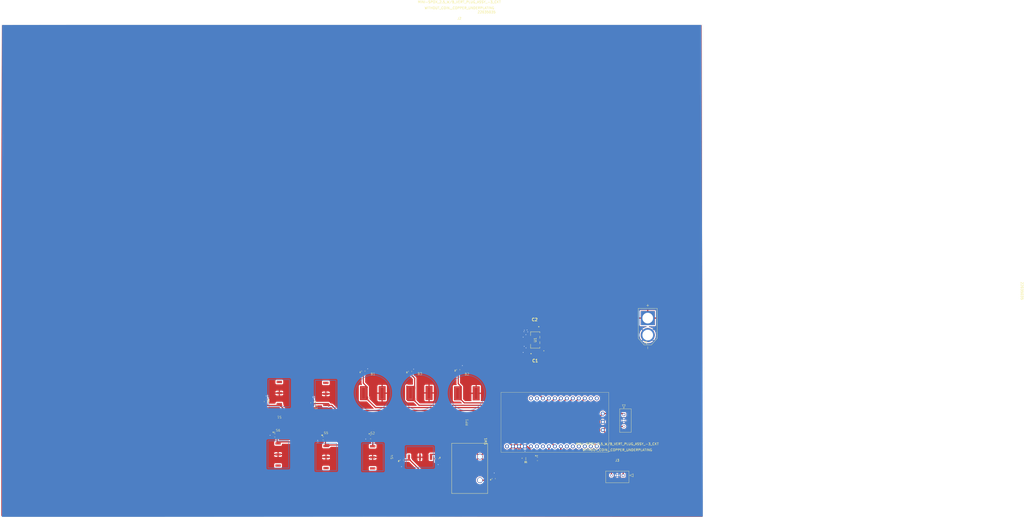
<source format=kicad_pcb>
(kicad_pcb (version 20240108) (generator "pcbnew") (generator_version "8.0")
  (layers (0 "F.Cu" signal) (31 "B.Cu" power) (34 "B.Paste" user) (35 "F.Paste" user) (36 "B.SilkS" user "B.Silkscreen") (37 "F.SilkS" user "F.Silkscreen") (38 "B.Mask" user) (39 "F.Mask" user) (44 "Edge.Cuts" user))
  (net 0 "")
  (net 1 "+3.3V")
  (net 2 "/Horn")
  (net 3 "/Button")
  (net 4 "/DAQ")
  (net 5 "GND")
  (net 6 "+5V")
  (net 7 "+12V")
  (net 8 "Net-(D1-Pad1)")
  (net 9 "/CAN_L")
  (net 10 "/CAN_H")
  (net 11 "/IGNITION")
  (net 12 "/RIGHT")
  (net 13 "/LEFT")
  (net 14 "/WIPERS")
  (net 15 "/HEADLIGHTS")
  (net 16 "/HAZARD")
  (net 17 "/SWITCH")
  (net 18 "/REVERSE")
  (footprint "SMV_Passives:0805RESC2012X60N" (layer "F.Cu") (at 208.76 193.34 90)
    (property "Reference" "R1" (at -0.41 -1.3 90) (layer "F.SilkS") (effects (font (size 0.393701 0.393701))))
    (property "Value" "10kohms, 0.125W")
    (fp_line (start -0.21 -0.7) (end 0.21 -0.7) (stroke (width 0.127)) (layer "F.SilkS"))
    (fp_line (start -0.21 0.7) (end 0.21 0.7) (stroke (width 0.127)) (layer "F.SilkS"))
    (pad "1" smd rect (at -0.97 0 90) (size 0.89 1.42) (layers "F.Cu" "F.Paste" "F.Mask") (net 11 "/IGNITION"))
    (pad "2" smd rect (at 0.97 0 90) (size 0.89 1.42) (layers "F.Cu" "F.Paste" "F.Mask") (net 5 "GND"))
  )
  (footprint "SMV_Passives:0805RESC2012X60N" (layer "F.Cu") (at 156.51 175.69)
    (property "Reference" "R7" (at -0.41 -1.3 0) (layer "F.SilkS") (effects (font (size 0.393701 0.393701))))
    (property "Value" "10kohms, 0.125W")
    (fp_line (start -0.21 -0.7) (end 0.21 -0.7) (stroke (width 0.127)) (layer "F.SilkS"))
    (fp_line (start -0.21 0.7) (end 0.21 0.7) (stroke (width 0.127)) (layer "F.SilkS"))
    (pad "1" smd rect (at -0.97 0) (size 0.89 1.42) (layers "F.Cu" "F.Paste" "F.Mask") (net 5 "GND"))
    (pad "2" smd rect (at 0.97 0) (size 0.89 1.42) (layers "F.Cu" "F.Paste" "F.Mask") (net 14 "/WIPERS"))
  )
  (footprint "SMV_Passives:0805RESC2012X60N" (layer "F.Cu") (at 173.27 147.82 90)
    (property "Reference" "R2" (at -0.41 -1.3 90) (layer "F.SilkS") (effects (font (size 0.393701 0.393701))))
    (property "Value" "10kohms, 0.125W")
    (fp_line (start -0.21 -0.7) (end 0.21 -0.7) (stroke (width 0.127)) (layer "F.SilkS"))
    (fp_line (start -0.21 0.7) (end 0.21 0.7) (stroke (width 0.127)) (layer "F.SilkS"))
    (pad "1" smd rect (at -0.97 0 90) (size 0.89 1.42) (layers "F.Cu" "F.Paste" "F.Mask") (net 4 "/DAQ"))
    (pad "2" smd rect (at 0.97 0 90) (size 0.89 1.42) (layers "F.Cu" "F.Paste" "F.Mask") (net 5 "GND"))
  )
  (footprint "SMV_Passives:0805RESC2012X60N" (layer "F.Cu") (at 112.12 160.62 -90)
    (property "Reference" "R10" (at -0.41 -1.3 90) (layer "F.SilkS") (effects (font (size 0.393701 0.393701))))
    (property "Value" "10kohms, 0.125W")
    (fp_line (start -0.21 0.7) (end 0.21 0.7) (stroke (width 0.127)) (layer "F.SilkS"))
    (fp_line (start -0.21 -0.7) (end 0.21 -0.7) (stroke (width 0.127)) (layer "F.SilkS"))
    (pad "1" smd rect (at -0.97 0 270) (size 0.89 1.42) (layers "F.Cu" "F.Paste" "F.Mask") (net 5 "GND"))
    (pad "2" smd rect (at 0.97 0 270) (size 0.89 1.42) (layers "F.Cu" "F.Paste" "F.Mask") (net 17 "/SWITCH"))
  )
  (footprint "SMV_ICs:DCY4_TEX" (layer "F.Cu") (at 226.36 134.4485 90)
    (property "Reference" "U1" (at 0 0 90) (layer "F.SilkS"))
    (property "Value" "UA78M05QDCYRG4Q1")
    (fp_line (start 3.4798 -1.9812) (end 1.789742 -1.9812) (stroke (width 0.1524)) (layer "F.SilkS"))
    (fp_line (start -1.789742 -1.9812) (end -3.4798 -1.9812) (stroke (width 0.1524)) (layer "F.SilkS"))
    (fp_line (start -3.4798 -1.9812) (end -3.4798 1.9812) (stroke (width 0.1524)) (layer "F.SilkS"))
    (fp_line (start 3.4798 1.9812) (end 3.4798 -1.9812) (stroke (width 0.1524)) (layer "F.SilkS"))
    (fp_line (start 2.970842 1.9812) (end 3.4798 1.9812) (stroke (width 0.1524)) (layer "F.SilkS"))
    (fp_line (start 0.659442 1.9812) (end 1.651958 1.9812) (stroke (width 0.1524)) (layer "F.SilkS"))
    (fp_line (start -1.651958 1.9812) (end -0.659442 1.9812) (stroke (width 0.1524)) (layer "F.SilkS"))
    (fp_line (start -3.4798 1.9812) (end -2.970842 1.9812) (stroke (width 0.1524)) (layer "F.SilkS"))
    (fp_circle (center -4.6228 3.6449) (end -4.4958 3.6449) (stroke (width 0.1524)) (fill none) (layer "F.SilkS"))
    (pad "1" smd rect (at -2.3114 3.11785 90) (size 0.889 1.7653) (layers "F.Cu" "F.Paste" "F.Mask") (net 6 "+5V"))
    (pad "2" smd rect (at 0 3.11785 90) (size 0.889 1.7653) (layers "F.Cu" "F.Paste" "F.Mask") (net 5 "GND"))
    (pad "3" smd rect (at 2.3114 3.11785 90) (size 0.889 1.7653) (layers "F.Cu" "F.Paste" "F.Mask") (net 7 "+12V"))
    (pad "4" smd rect (at 0 -3.11785 90) (size 3.1496 1.7653) (layers "F.Cu" "F.Paste" "F.Mask") (net 5 "GND"))
  )
  (footprint "SMV_Misc:TAISS 3 Pin Switch" (layer "F.Cu") (at 157.395 184.67)
    (property "Reference" "S2" (at 0 -10.62 0) (layer "F.SilkS") (effects (font (thickness 0.1))))
    (property "Value" "~")
    (fp_rect (start -4.3 -6.2) (end 4.49 5.34) (stroke (width 0.2)) (fill none) (layer "B.Cu"))
    (fp_rect (start -0.965 4.02) (end 0.94 4.655) (stroke (width 0.05)) (fill none) (layer "Edge.Cuts"))
    (fp_rect (start -0.9525 -5.3975) (end 0.9525 -4.7625) (stroke (width 0.05)) (fill none) (layer "Edge.Cuts"))
    (fp_rect (start -0.9525 -0.6975) (end 0.9525 -0.0625) (stroke (width 0.05)) (fill none) (layer "Edge.Cuts"))
    (pad "1" smd rect (at 0 -5.08) (size 2.286 1.016) (layers "F.Cu" "F.Paste" "F.Mask") (net 14 "/WIPERS"))
    (pad "2" smd rect (at 0 -0.38) (size 2.286 1.016) (layers "F.Cu" "F.Paste" "F.Mask") (net 1 "+3.3V"))
    (pad "3" smd rect (at 0 4.32) (size 2.286 1.016) (layers "F.Cu" "F.Paste" "F.Mask"))
  )
  (footprint "SMV_Misc:Twidec Button" (layer "F.Cu") (at 157.49 149.42)
    (property "Reference" "B1" (at 0 -0.5 0) (layer "F.SilkS") (effects (font (thickness 0.1))))
    (property "Value" "~")
    (fp_circle (center 0 7.493) (end 6.477 3.683) (stroke (width 0.2)) (fill none) (layer "B.Cu"))
    (fp_rect (start -4.713 5.12) (end -3.213 10.12) (stroke (width 0.05)) (fill none) (layer "Edge.Cuts"))
    (fp_rect (start 3.175 5.12) (end 4.675 10.12) (stroke (width 0.05)) (fill none) (layer "Edge.Cuts"))
    (pad "1" smd rect (at -3.963 7.62) (size 3 6) (layers "F.Cu" "F.Paste" "F.Mask") (net 2 "/Horn"))
    (pad "2" smd rect (at 3.925 7.62) (size 3 6) (layers "F.Cu" "F.Paste" "F.Mask") (net 1 "+3.3V"))
  )
  (footprint "SMV_Passives:0805RESC2012X60N" (layer "F.Cu") (at 115.89 174.99)
    (property "Reference" "R11" (at -0.41 -1.3 360) (layer "F.SilkS") (effects (font (size 0.393701 0.393701))))
    (property "Value" "10kohms, 0.125W")
    (fp_line (start -0.21 -0.7) (end 0.21 -0.7) (stroke (width 0.127)) (layer "F.SilkS"))
    (fp_line (start -0.21 0.7) (end 0.21 0.7) (stroke (width 0.127)) (layer "F.SilkS"))
    (pad "1" smd rect (at -0.97 0) (size 0.89 1.42) (layers "F.Cu" "F.Paste" "F.Mask") (net 5 "GND"))
    (pad "2" smd rect (at 0.97 0) (size 0.89 1.42) (layers "F.Cu" "F.Paste" "F.Mask") (net 18 "/REVERSE"))
  )
  (footprint "SMV_Misc:Twidec Button" (layer "F.Cu") (at 177.4 149.325)
    (property "Reference" "B3" (at 0 -0.5 0) (layer "F.SilkS") (effects (font (thickness 0.1))))
    (property "Value" "~")
    (fp_circle (center 0 7.493) (end 6.477 3.683) (stroke (width 0.2)) (fill none) (layer "B.Cu"))
    (fp_rect (start -4.713 5.12) (end -3.213 10.12) (stroke (width 0.05)) (fill none) (layer "Edge.Cuts"))
    (fp_rect (start 3.175 5.12) (end 4.675 10.12) (stroke (width 0.05)) (fill none) (layer "Edge.Cuts"))
    (pad "1" smd rect (at -3.963 7.62) (size 3 6) (layers "F.Cu" "F.Paste" "F.Mask") (net 4 "/DAQ"))
    (pad "2" smd rect (at 3.925 7.62) (size 3 6) (layers "F.Cu" "F.Paste" "F.Mask") (net 1 "+3.3V"))
  )
  (footprint "SMV_Passives:Cap0805" (layer "F.Cu") (at 226.12 128.83 180)
    (property "Reference" "C2" (at 0 3 360) (layer "F.SilkS") (effects (font (size 1.27 1.27) (thickness 0.254))))
    (property "Value" "0.33uF,50V" (hide yes))
    (fp_circle (center -1.75 0) (end -1.75 0.05) (stroke (width 0.2)) (fill none) (layer "F.SilkS"))
    (pad "1" smd rect (at -0.9 0 180) (size 1.15 1.45) (layers "F.Cu" "F.Paste" "F.Mask") (net 7 "+12V"))
    (pad "2" smd rect (at 0.9 0 180) (size 1.15 1.45) (layers "F.Cu" "F.Paste" "F.Mask") (net 5 "GND"))
  )
  (footprint "SMV_Connectors:3pin_CON_22035035_MOL" (layer "F.Cu") (at 263.952999 166.1665 90)
    (property "Reference" "J2" (at 168.256519 -69.768502 0) (layer "F.SilkS"))
    (property "Value" "22035035")
    (fp_line (start 2.45 -1.800002) (end -7.44998 -1.800002) (stroke (width 0.127)) (layer "F.SilkS"))
    (fp_line (start -7.44998 -1.800002) (end -7.44998 3.099999) (stroke (width 0.127)) (layer "F.SilkS"))
    (fp_line (start 4.228 -0.635) (end 4.228 0.635) (stroke (width 0.127)) (layer "F.SilkS"))
    (fp_line (start 2.704 0) (end 4.228 -0.635) (stroke (width 0.127)) (layer "F.SilkS"))
    (fp_line (start 4.228 0.635) (end 2.704 0) (stroke (width 0.127)) (layer "F.SilkS"))
    (fp_line (start 2.45 3.099999) (end 2.45 -1.800002) (stroke (width 0.127)) (layer "F.SilkS"))
    (fp_line (start -7.44998 3.099999) (end 2.45 3.099999) (stroke (width 0.127)) (layer "F.SilkS"))
    (fp_text user "MINI-SPOX_2.5_W/B_VERT_PLUG_ASSY_-3_CKT" (at 175.22652 -69.768502 0) (layer "F.SilkS"))
    (fp_text user "WITHOUT_COIN,_COPPER_UNDERPLATING" (at 172.68652 -69.768502 0) (layer "F.SilkS"))
    (fp_text user "22035035" (at 170.94742 -58.231602 0) (layer "F.SilkS"))
    (pad "1" thru_hole rect (at 0 0 90) (size 1.15 1.15) (drill 0.8) (layers "*.Cu" "*.Mask") (net 9 "/CAN_L"))
    (pad "2" thru_hole circle (at -2.5 0 90) (size 1.15 1.15) (drill 0.8) (layers "*.Cu" "*.Mask") (net 5 "GND"))
    (pad "3" thru_hole circle (at -5 0 90) (size 1.15 1.15) (drill 0.8) (layers "*.Cu" "*.Mask") (net 10 "/CAN_H"))
  )
  (footprint "SMV_Passives:0805RESC2012X60N" (layer "F.Cu") (at 193.71 147.07 90)
    (property "Reference" "R3" (at -0.41 -1.3 90) (layer "F.SilkS") (effects (font (size 0.393701 0.393701))))
    (property "Value" "10kohms, 0.125W")
    (fp_line (start -0.21 -0.7) (end 0.21 -0.7) (stroke (width 0.127)) (layer "F.SilkS"))
    (fp_line (start -0.21 0.7) (end 0.21 0.7) (stroke (width 0.127)) (layer "F.SilkS"))
    (pad "1" smd rect (at -0.97 0 90) (size 0.89 1.42) (layers "F.Cu" "F.Paste" "F.Mask") (net 3 "/Button"))
    (pad "2" smd rect (at 0.97 0 90) (size 0.89 1.42) (layers "F.Cu" "F.Paste" "F.Mask") (net 5 "GND"))
  )
  (footprint "SMV_Misc:SW_A8L-11_OMR" (layer "F.Cu") (at 194.15 194.01 90)
    (property "Reference" "SW1" (at 16.5369 11.1941 90) (layer "F.SilkS"))
    (property "Value" "A8L-11-12N1")
    (fp_line (start 15.6299 -3.2577) (end -5.6299 -3.2577) (stroke (width 0.1524)) (layer "F.SilkS"))
    (fp_line (start 15.6299 -3.2577) (end 15.6299 12.0077) (stroke (width 0.1524)) (layer "F.SilkS"))
    (fp_line (start -5.6299 -3.2577) (end -5.6299 12.0077) (stroke (width 0.1524)) (layer "F.SilkS"))
    (fp_line (start 15.6299 12.0077) (end -5.6299 12.0077) (stroke (width 0.1524)) (layer "F.SilkS"))
    (pad "1" thru_hole circle (at 0 8.75 90) (size 2.413 2.413) (drill 1.905) (layers "*.Cu" "*.Mask") (net 11 "/IGNITION"))
    (pad "2" thru_hole circle (at 10 8.75 90) (size 2.413 2.413) (drill 1.905) (layers "*.Cu" "*.Mask") (net 1 "+3.3V"))
  )
  (footprint "SMV_Passives:0805RESC2012X60N" (layer "F.Cu") (at 169.76 185.49 90)
    (property "Reference" "R6" (at -0.41 -1.3 90) (layer "F.SilkS") (effects (font (size 0.393701 0.393701))))
    (property "Value" "10kohms, 0.125W")
    (fp_line (start -0.21 -0.7) (end 0.21 -0.7) (stroke (width 0.127)) (layer "F.SilkS"))
    (fp_line (start -0.21 0.7) (end 0.21 0.7) (stroke (width 0.127)) (layer "F.SilkS"))
    (pad "1" smd rect (at -0.97 0 90) (size 0.89 1.42) (layers "F.Cu" "F.Paste" "F.Mask") (net 5 "GND"))
    (pad "2" smd rect (at 0.97 0 90) (size 0.89 1.42) (layers "F.Cu" "F.Paste" "F.Mask") (net 13 "/LEFT"))
  )
  (footprint "SMV_Misc:TAISS 3 Pin Switch" (layer "F.Cu") (at 117.8 156.62 180)
    (property "Reference" "S1" (at 0 -10.62 180) (layer "F.SilkS") (effects (font (thickness 0.1))))
    (property "Value" "~")
    (fp_rect (start -4.3 -6.2) (end 4.49 5.34) (stroke (width 0.2)) (fill none) (layer "B.Cu"))
    (fp_rect (start -0.9525 -0.6975) (end 0.9525 -0.0625) (stroke (width 0.05)) (fill none) (layer "Edge.Cuts"))
    (fp_rect (start -0.9525 -5.3975) (end 0.9525 -4.7625) (stroke (width 0.05)) (fill none) (layer "Edge.Cuts"))
    (fp_rect (start -0.965 4.02) (end 0.94 4.655) (stroke (width 0.05)) (fill none) (layer "Edge.Cuts"))
    (pad "1" smd rect (at 0 -5.08 180) (size 2.286 1.016) (layers "F.Cu" "F.Paste" "F.Mask") (net 17 "/SWITCH"))
    (pad "2" smd rect (at 0 -0.38 180) (size 2.286 1.016) (layers "F.Cu" "F.Paste" "F.Mask") (net 1 "+3.3V"))
    (pad "3" smd rect (at 0 4.32 180) (size 2.286 1.016) (layers "F.Cu" "F.Paste" "F.Mask"))
  )
  (footprint "SMV_Passives:0805RESC2012X60N" (layer "F.Cu") (at 227.29 184.98)
    (property "Reference" "R12" (at -0.41 -1.3 0) (layer "F.SilkS") (effects (font (size 0.393701 0.393701))))
    (property "Value" "CRCW080544R2FKEA")
    (fp_line (start -0.21 -0.7) (end 0.21 -0.7) (stroke (width 0.127)) (layer "F.SilkS"))
    (fp_line (start -0.21 0.7) (end 0.21 0.7) (stroke (width 0.127)) (layer "F.SilkS"))
    (pad "1" smd rect (at -0.97 0) (size 0.89 1.42) (layers "F.Cu" "F.Paste" "F.Mask") (net 8 "Net-(D1-Pad1)"))
    (pad "2" smd rect (at 0.97 0) (size 0.89 1.42) (layers "F.Cu" "F.Paste" "F.Mask") (net 5 "GND"))
  )
  (footprint "SMV_Connectors:3pin_CON_22035035_MOL" (layer "F.Cu") (at 263.68 191.94)
    (property "Reference" "J3" (at -2.49999 -6.35 0) (layer "F.SilkS"))
    (property "Value" "22035035")
    (fp_line (start -7.44998 -1.800002) (end -7.44998 3.099999) (stroke (width 0.127)) (layer "F.SilkS"))
    (fp_line (start -7.44998 3.099999) (end 2.45 3.099999) (stroke (width 0.127)) (layer "F.SilkS"))
    (fp_line (start 2.45 -1.800002) (end -7.44998 -1.800002) (stroke (width 0.127)) (layer "F.SilkS"))
    (fp_line (start 2.45 3.099999) (end 2.45 -1.800002) (stroke (width 0.127)) (layer "F.SilkS"))
    (fp_line (start 2.704 0) (end 4.228 -0.635) (stroke (width 0.127)) (layer "F.SilkS"))
    (fp_line (start 4.228 -0.635) (end 4.228 0.635) (stroke (width 0.127)) (layer "F.SilkS"))
    (fp_line (start 4.228 0.635) (end 2.704 0) (stroke (width 0.127)) (layer "F.SilkS"))
    (fp_text user "22035035" (at 169.199519 -78.335503 -90) (layer "F.SilkS"))
    (fp_text user "MINI-SPOX_2.5_W/B_VERT_PLUG_ASSY_-3_CKT" (at -2.49999 -13.320001 0) (layer "F.SilkS"))
    (fp_text user "WITHOUT_COIN,_COPPER_UNDERPLATING" (at -2.49999 -10.780001 0) (layer "F.SilkS"))
    (pad "1" thru_hole rect (at 0 0) (size 1.15 1.15) (drill 0.8) (layers "*.Cu" "*.Mask") (net 10 "/CAN_H"))
    (pad "2" thru_hole circle (at -2.5 0) (size 1.15 1.15) (drill 0.8) (layers "*.Cu" "*.Mask") (net 5 "GND"))
    (pad "3" thru_hole circle (at -5 0) (size 1.15 1.15) (drill 0.8) (layers "*.Cu" "*.Mask") (net 9 "/CAN_L"))
  )
  (footprint "SMV_Passives:WL-SMCW_0603(diode)" (layer "F.Cu") (at 222.38 184.92 180)
    (property "Reference" "D1" (at 0 -1.4064 360) (layer "F.SilkS") (effects (font (size 0.64 0.64))))
    (property "Value" "WL-SMCW_0603")
    (fp_line (start 0.11 0.15) (end -0.13 0) (stroke (width 0.1)) (layer "F.SilkS"))
    (fp_line (start 0.11 -0.14) (end 0.11 0.15) (stroke (width 0.1)) (layer "F.SilkS"))
    (fp_line (start 0.1 0.5) (end -0.1 0.5) (stroke (width 0.2)) (layer "F.SilkS"))
    (fp_line (start -0.1 -0.5) (end 0.1 -0.5) (stroke (width 0.2)) (layer "F.SilkS"))
    (fp_line (start -0.13 0) (end 0.11 -0.14) (stroke (width 0.1)) (layer "F.SilkS"))
    (fp_text user "+" (at 1.6 0.3 360) (layer "F.SilkS") (effects (font (size 0.48 0.48))))
    (pad "1" smd rect (at -0.8 0 180) (size 0.8 0.8) (layers "F.Cu" "F.Paste" "F.Mask") (net 8 "Net-(D1-Pad1)"))
    (pad "2" smd rect (at 0.8 0 180) (size 0.8 0.8) (layers "F.Cu" "F.Paste" "F.Mask") (net 1 "+3.3V"))
  )
  (footprint "SMV_Misc:Twidec Button" (layer "F.Cu") (at 197.385 149.49)
    (property "Reference" "B2" (at 0 -0.5 0) (layer "F.SilkS") (effects (font (thickness 0.1))))
    (property "Value" "~")
    (fp_circle (center 0 7.493) (end 6.477 3.683) (stroke (width 0.2)) (fill none) (layer "B.Cu"))
    (fp_rect (start -4.713 5.12) (end -3.213 10.12) (stroke (width 0.05)) (fill none) (layer "Edge.Cuts"))
    (fp_rect (start 3.175 5.12) (end 4.675 10.12) (stroke (width 0.05)) (fill none) (layer "Edge.Cuts"))
    (pad "1" smd rect (at -3.963 7.62) (size 3 6) (layers "F.Cu" "F.Paste" "F.Mask") (net 3 "/Button"))
    (pad "2" smd rect (at 3.925 7.62) (size 3 6) (layers "F.Cu" "F.Paste" "F.Mask") (net 1 "+3.3V"))
  )
  (footprint "SMV_Connectors:RP2040" (layer "F.Cu") (at 232.16 169.226 90)
    (property "Reference" "RP1" (at -0.1905 -34.775 90) (layer "F.SilkS") (effects (font (thickness 0.1))))
    (property "Value" "~")
    (fp_line (start 12.5095 -20.32) (end -10.3505 -20.32) (stroke (width 0.1)) (layer "F.SilkS"))
    (fp_line (start -10.3505 -20.32) (end -12.8905 -20.32) (stroke (width 0.1)) (layer "F.SilkS"))
    (fp_line (start -12.8905 -20.32) (end -12.8905 25.4) (stroke (width 0.1)) (layer "F.SilkS"))
    (fp_line (start 12.5095 25.4) (end 12.5095 -20.32) (stroke (width 0.1)) (layer "F.SilkS"))
    (fp_line (start -12.8905 25.4) (end 12.5095 25.4) (stroke (width 0.1)) (layer "F.SilkS"))
    (pad "1" thru_hole circle (at 9.9695 -7.62 90) (size 1.7 1.7) (drill 1) (layers "*.Cu" "*.Mask"))
    (pad "2" thru_hole circle (at 9.9695 -5.08 90) (size 1.7 1.7) (drill 1) (layers "*.Cu" "*.Mask"))
    (pad "3" thru_hole circle (at 9.9695 -2.54 90) (size 1.7 1.7) (drill 1) (layers "*.Cu" "*.Mask") (net 6 "+5V"))
    (pad "4" thru_hole circle (at 9.9695 0 90) (size 1.7 1.7) (drill 1) (layers "*.Cu" "*.Mask") (net 3 "/Button"))
    (pad "5" thru_hole circle (at 9.9695 2.54 90) (size 1.7 1.7) (drill 1) (layers "*.Cu" "*.Mask") (net 4 "/DAQ"))
    (pad "6" thru_hole circle (at 9.9695 5.08 90) (size 1.7 1.7) (drill 1) (layers "*.Cu" "*.Mask") (net 2 "/Horn"))
    (pad "7" thru_hole circle (at 9.9695 7.62 90) (size 1.7 1.7) (drill 1) (layers "*.Cu" "*.Mask") (net 16 "/HAZARD"))
    (pad "8" thru_hole circle (at 9.9695 10.16 90) (size 1.7 1.7) (drill 1) (layers "*.Cu" "*.Mask") (net 17 "/SWITCH"))
    (pad "9" thru_hole circle (at 9.9695 12.7 90) (size 1.7 1.7) (drill 1) (layers "*.Cu" "*.Mask") (net 18 "/REVERSE"))
    (pad "10" thru_hole circle (at 9.9695 15.24 90) (size 1.7 1.7) (drill 1) (layers "*.Cu" "*.Mask") (net 15 "/HEADLIGHTS"))
    (pad "11" thru_hole circle (at 9.9695 17.78 90) (size 1.7 1.7) (drill 1) (layers "*.Cu" "*.Mask"))
    (pad "12" thru_hole circle (at 9.9695 20.32 90) (size 1.7 1.7) (drill 1) (layers "*.Cu" "*.Mask"))
    (pad "13" thru_hole circle (at -10.414 20.32 90) (size 1.7 1.7) (drill 1) (layers "*.Cu" "*.Mask") (net 14 "/WIPERS"))
    (pad "14" thru_hole circle (at -10.414 17.78 90) (size 1.7 1.7) (drill 1) (layers "*.Cu" "*.Mask"))
    (pad "15" thru_hole circle (at -10.414 15.24 90) (size 1.7 1.7) (drill 1) (layers "*.Cu" "*.Mask"))
    (pad "16" thru_hole circle (at -10.414 12.7 90) (size 1.7 1.7) (drill 1) (layers "*.Cu" "*.Mask"))
    (pad "17" thru_hole circle (at -10.414 10.16 90) (size 1.7 1.7) (drill 1) (layers "*.Cu" "*.Mask"))
    (pad "18" thru_hole circle (at -10.414 7.62 90) (size 1.7 1.7) (drill 1) (layers "*.Cu" "*.Mask"))
    (pad "19" thru_hole circle (at -10.414 5.08 90) (size 1.7 1.7) (drill 1) (layers "*.Cu" "*.Mask") (net 13 "/LEFT"))
    (pad "20" thru_hole circle (at -10.414 2.54 90) (size 1.7 1.7) (drill 1) (layers "*.Cu" "*.Mask") (net 12 "/RIGHT"))
    (pad "21" thru_hole circle (at -10.414 0 90) (size 1.7 1.7) (drill 1) (layers "*.Cu" "*.Mask") (net 11 "/IGNITION"))
    (pad "22" thru_hole circle (at -10.414 -2.54 90) (size 1.7 1.7) (drill 1) (layers "*.Cu" "*.Mask"))
    (pad "23" thru_hole circle (at -10.414 -5.08 90) (size 1.7 1.7) (drill 1) (layers "*.Cu" "*.Mask"))
    (pad "24" thru_hole circle (at -10.414 -7.62 90) (size 1.7 1.7) (drill 1) (layers "*.Cu" "*.Mask"))
    (pad "25" thru_hole circle (at -10.414 -10.16 90) (size 1.7 1.7) (drill 1) (layers "*.Cu" "*.Mask") (net 5 "GND"))
    (pad "26" thru_hole circle (at -10.414 -12.7 90) (size 1.7 1.7) (drill 1) (layers "*.Cu" "*.Mask") (net 1 "+3.3V"))
    (pad "27" thru_hole circle (at -10.414 -15.24 90) (size 1.7 1.7) (drill 1) (layers "*.Cu" "*.Mask") (net 1 "+3.3V"))
    (pad "28" thru_hole circle (at -10.414 -17.78 90) (size 1.7 1.7) (drill 1) (layers "*.Cu" "*.Mask"))
    (pad "29" thru_hole circle (at 3.5 22.86 90) (size 1.7 1.7) (drill 1) (layers "*.Cu" "*.Mask") (net 9 "/CAN_L"))
    (pad "30" thru_hole circle (at 0 22.86 90) (size 1.7 1.7) (drill 1) (layers "*.Cu" "*.Mask") (net 5 "GND"))
    (pad "31" thru_hole circle (at -3.5 22.86 90) (size 1.7 1.7) (drill 1) (layers "*.Cu" "*.Mask") (net 10 "/CAN_H"))
  )
  (footprint "SMV_Passives:0805RESC2012X60N" (layer "F.Cu") (at 184.67 184.89 -90)
    (property "Reference" "R5" (at -0.41 -1.3 90) (layer "F.SilkS") (effects (font (size 0.393701 0.393701))))
    (property "Value" "10kohms, 0.125W")
    (fp_line (start -0.21 0.7) (end 0.21 0.7) (stroke (width 0.127)) (layer "F.SilkS"))
    (fp_line (start -0.21 -0.7) (end 0.21 -0.7) (stroke (width 0.127)) (layer "F.SilkS"))
    (pad "1" smd rect (at -0.97 0 270) (size 0.89 1.42) (layers "F.Cu" "F.Paste" "F.Mask") (net 12 "/RIGHT"))
    (pad "2" smd rect (at 0.97 0 270) (size 0.89 1.42) (layers "F.Cu" "F.Paste" "F.Mask") (net 5 "GND"))
  )
  (footprint "SMV_Misc:TAISS 3 Pin Switch" (layer "F.Cu") (at 137.61 184.55)
    (property "Reference" "S5" (at 0 -10.62 0) (layer "F.SilkS") (effects (font (thickness 0.1))))
    (property "Value" "~")
    (fp_rect (start -4.3 -6.2) (end 4.49 5.34) (stroke (width 0.2)) (fill none) (layer "B.Cu"))
    (fp_rect (start -0.965 4.02) (end 0.94 4.655) (stroke (width 0.05)) (fill none) (layer "Edge.Cuts"))
    (fp_rect (start -0.9525 -5.3975) (end 0.9525 -4.7625) (stroke (width 0.05)) (fill none) (layer "Edge.Cuts"))
    (fp_rect (start -0.9525 -0.6975) (end 0.9525 -0.0625) (stroke (width 0.05)) (fill none) (layer "Edge.Cuts"))
    (pad "1" smd rect (at 0 -5.08) (size 2.286 1.016) (layers "F.Cu" "F.Paste" "F.Mask") (net 15 "/HEADLIGHTS"))
    (pad "2" smd rect (at 0 -0.38) (size 2.286 1.016) (layers "F.Cu" "F.Paste" "F.Mask") (net 1 "+3.3V"))
    (pad "3" smd rect (at 0 4.32) (size 2.286 1.016) (layers "F.Cu" "F.Paste" "F.Mask"))
  )
  (footprint "SMV_Passives:Cap0805" (layer "F.Cu") (at 226.34 140.28)
    (property "Reference" "C1" (at 0 3 0) (layer "F.SilkS") (effects (font (size 1.27 1.27) (thickness 0.254))))
    (property "Value" "0.1uF,50V" (hide yes))
    (fp_circle (center -1.75 0) (end -1.75 0.05) (stroke (width 0.2)) (fill none) (layer "F.SilkS"))
    (pad "1" smd rect (at -0.9 0) (size 1.15 1.45) (layers "F.Cu" "F.Paste" "F.Mask") (net 5 "GND"))
    (pad "2" smd rect (at 0.9 0) (size 1.15 1.45) (layers "F.Cu" "F.Paste" "F.Mask") (net 6 "+5V"))
  )
  (footprint "SMV_Connectors:AMASS_XT60-M" (layer "F.Cu") (at 274.09 128.77 -90)
    (property "Reference" "J1" (at 6.7119 0.8841 90) (layer "F.SilkS"))
    (property "Value" "XT60-M")
    (fp_line (start -7.75 4.05) (end -7.75 -4.05) (stroke (width 0.127)) (layer "F.SilkS"))
    (fp_line (start 4.95 4.05) (end -7.75 4.05) (stroke (width 0.127)) (layer "F.SilkS"))
    (fp_line (start 7.75 1.6) (end 4.95 4.05) (stroke (width 0.127)) (layer "F.SilkS"))
    (fp_line (start -9.5 0) (end -8.5 0) (stroke (width 0.127)) (layer "F.SilkS"))
    (fp_line (start 8.5 0) (end 9.5 0) (stroke (width 0.127)) (layer "F.SilkS"))
    (fp_line (start -9 -0.5) (end -9 0.5) (stroke (width 0.127)) (layer "F.SilkS"))
    (fp_line (start 7.75 -1.6) (end 7.75 1.6) (stroke (width 0.127)) (layer "F.SilkS"))
    (fp_line (start -7.75 -4.05) (end 4.95 -4.05) (stroke (width 0.127)) (layer "F.SilkS"))
    (fp_line (start 4.95 -4.05) (end 7.75 -1.6) (stroke (width 0.127)) (layer "F.SilkS"))
    (pad "N" thru_hole circle (at 3.6 0 270) (size 6 6) (drill 4.55) (layers "*.Cu" "*.Mask") (net 5 "GND"))
    (pad "P" thru_hole rect (at -3.6 0 270) (size 6 6) (drill 4.55) (layers "*.Cu" "*.Mask") (net 7 "+12V"))
  )
  (footprint "SMV_Passives:0805RESC2012X60N" (layer "F.Cu") (at 153.44 147.68 90)
    (property "Reference" "R4" (at -0.41 -1.3 90) (layer "F.SilkS") (effects (font (size 0.393701 0.393701))))
    (property "Value" "10kohms, 0.125W")
    (fp_line (start -0.21 -0.7) (end 0.21 -0.7) (stroke (width 0.127)) (layer "F.SilkS"))
    (fp_line (start -0.21 0.7) (end 0.21 0.7) (stroke (width 0.127)) (layer "F.SilkS"))
    (pad "1" smd rect (at -0.97 0 90) (size 0.89 1.42) (layers "F.Cu" "F.Paste" "F.Mask") (net 2 "/Horn"))
    (pad "2" smd rect (at 0.97 0 90) (size 0.89 1.42) (layers "F.Cu" "F.Paste" "F.Mask") (net 5 "GND"))
  )
  (footprint "SMV_Passives:0805RESC2012X60N" (layer "F.Cu") (at 131.88 161.12 -90)
    (property "Reference" "R9" (at -0.41 -1.3 90) (layer "F.SilkS") (effects (font (size 0.393701 0.393701))))
    (property "Value" "10kohms, 0.125W")
    (fp_line (start -0.21 0.7) (end 0.21 0.7) (stroke (width 0.127)) (layer "F.SilkS"))
    (fp_line (start -0.21 -0.7) (end 0.21 -0.7) (stroke (width 0.127)) (layer "F.SilkS"))
    (pad "1" smd rect (at -0.97 0 270) (size 0.89 1.42) (layers "F.Cu" "F.Paste" "F.Mask") (net 5 "GND"))
    (pad "2" smd rect (at 0.97 0 270) (size 0.89 1.42) (layers "F.Cu" "F.Paste" "F.Mask") (net 16 "/HAZARD"))
  )
  (footprint "SMV_Misc:TAISS 3 Pin Switch" (layer "F.Cu") (at 117.27 183.47)
    (property "Reference" "S6" (at 0 -10.62 0) (layer "F.SilkS") (effects (font (thickness 0.1))))
    (property "Value" "~")
    (fp_rect (start -4.3 -6.2) (end 4.49 5.34) (stroke (width 0.2)) (fill none) (layer "B.Cu"))
    (fp_rect (start -0.965 4.02) (end 0.94 4.655) (stroke (width 0.05)) (fill none) (layer "Edge.Cuts"))
    (fp_rect (start -0.9525 -5.3975) (end 0.9525 -4.7625) (stroke (width 0.05)) (fill none) (layer "Edge.Cuts"))
    (fp_rect (start -0.9525 -0.6975) (end 0.9525 -0.0625) (stroke (width 0.05)) (fill none) (layer "Edge.Cuts"))
    (pad "1" smd rect (at 0 -5.08) (size 2.286 1.016) (layers "F.Cu" "F.Paste" "F.Mask") (net 18 "/REVERSE"))
    (pad "2" smd rect (at 0 -0.38) (size 2.286 1.016) (layers "F.Cu" "F.Paste" "F.Mask") (net 1 "+3.3V"))
    (pad "3" smd rect (at 0 4.32) (size 2.286 1.016) (layers "F.Cu" "F.Paste" "F.Mask"))
  )
  (footprint "SMV_Passives:0805RESC2012X60N" (layer "F.Cu") (at 136.38 176.23)
    (property "Reference" "R8" (at -0.41 -1.3 0) (layer "F.SilkS") (effects (font (size 0.393701 0.393701))))
    (property "Value" "10kohms, 0.125W")
    (fp_line (start -0.21 -0.7) (end 0.21 -0.7) (stroke (width 0.127)) (layer "F.SilkS"))
    (fp_line (start -0.21 0.7) (end 0.21 0.7) (stroke (width 0.127)) (layer "F.SilkS"))
    (pad "1" smd rect (at -0.97 0) (size 0.89 1.42) (layers "F.Cu" "F.Paste" "F.Mask") (net 5 "GND"))
    (pad "2" smd rect (at 0.97 0) (size 0.89 1.42) (layers "F.Cu" "F.Paste" "F.Mask") (net 15 "/HEADLIGHTS"))
  )
  (footprint "SMV_Misc:TAISS 3 Pin Switch" (layer "F.Cu") (at 177.83 184.24 90)
    (property "Reference" "S4" (at 0.07 -12.28 90) (layer "F.SilkS") (effects (font (thickness 0.1))))
    (property "Value" "~")
    (fp_rect (start -4.3 -6.2) (end 4.49 5.34) (stroke (width 0.2)) (fill none) (layer "B.Cu"))
    (fp_rect (start -0.9525 -5.3975) (end 0.9525 -4.7625) (stroke (width 0.05)) (fill none) (layer "Edge.Cuts"))
    (fp_rect (start -0.9525 -0.6975) (end 0.9525 -0.0625) (stroke (width 0.05)) (fill none) (layer "Edge.Cuts"))
    (fp_rect (start -0.965 4.02) (end 0.94 4.655) (stroke (width 0.05)) (fill none) (layer "Edge.Cuts"))
    (pad "1" smd rect (at 0 -5.08 90) (size 2.286 1.016) (layers "F.Cu" "F.Paste" "F.Mask") (net 13 "/LEFT"))
    (pad "2" smd rect (at 0 -0.38 90) (size 2.286 1.016) (layers "F.Cu" "F.Paste" "F.Mask") (net 1 "+3.3V"))
    (pad "3" smd rect (at 0 4.32 90) (size 2.286 1.016) (layers "F.Cu" "F.Paste" "F.Mask") (net 12 "/RIGHT"))
  )
  (footprint "SMV_Misc:TAISS 3 Pin Switch" (layer "F.Cu") (at 137.54 156.96 180)
    (property "Reference" "S3" (at 4.13 -6 -90) (layer "F.SilkS") (effects (font (thickness 0.1))))
    (property "Value" "~")
    (fp_rect (start -4.3 -6.2) (end 4.49 5.34) (stroke (width 0.2)) (fill none) (layer "B.Cu"))
    (fp_rect (start -0.9525 -0.6975) (end 0.9525 -0.0625) (stroke (width 0.05)) (fill none) (layer "Edge.Cuts"))
    (fp_rect (start -0.9525 -5.3975) (end 0.9525 -4.7625) (stroke (width 0.05)) (fill none) (layer "Edge.Cuts"))
    (fp_rect (start -0.965 4.02) (end 0.94 4.655) (stroke (width 0.05)) (fill none) (layer "Edge.Cuts"))
    (pad "1" smd rect (at 0 -5.08 180) (size 2.286 1.016) (layers "F.Cu" "F.Paste" "F.Mask") (net 16 "/HAZARD"))
    (pad "2" smd rect (at 0 -0.38 180) (size 2.286 1.016) (layers "F.Cu" "F.Paste" "F.Mask") (net 1 "+3.3V"))
    (pad "3" smd rect (at 0 4.32 180) (size 2.286 1.016) (layers "F.Cu" "F.Paste" "F.Mask"))
  )
  (gr_rect (start -0.17 0.67) (end 297.49 209.59) (stroke (width 0.05)) (fill none) (layer "Edge.Cuts"))
  (segment (start 219.46 182.8) (end 221.58 184.92) (width 0.5) (layer "F.Cu") (net 1))
  (segment (start 219.46 179.64) (end 219.46 182.8) (width 0.5) (layer "F.Cu") (net 1))
  (segment (start 155.26 158.773) (end 154.527 158.04) (width 0.5) (layer "F.Cu") (net 2))
  (segment (start 155.09 154.46) (end 153.44 152.81) (width 0.5) (layer "F.Cu") (net 2))
  (segment (start 155.26 159.82) (end 155.26 158.773) (width 0.5) (layer "F.Cu") (net 2))
  (segment (start 153.44 152.81) (end 153.44 148.65) (width 0.5) (layer "F.Cu") (net 2))
  (segment (start 155.06 154.49) (end 155.09 154.46) (width 0.5) (layer "F.Cu") (net 2))
  (segment (start 155.88 160.44) (end 155.06 159.62) (width 0.5) (layer "F.Cu") (net 2))
  (segment (start 158.62 163.18) (end 155.26 159.82) (width 0.5) (layer "F.Cu") (net 2))
  (segment (start 154.527 158.04) (end 154.527 157.04) (width 0.5) (layer "F.Cu") (net 2))
  (segment (start 233.3165 163.18) (end 158.62 163.18) (width 0.5) (layer "F.Cu") (net 2))
  (segment (start 237.24 159.2565) (end 233.3165 163.18) (width 0.5) (layer "F.Cu") (net 2))
  (segment (start 155.06 159.62) (end 155.06 154.49) (width 0.5) (layer "F.Cu") (net 2))
  (segment (start 232.16 159.2565) (end 230.2465 161.17) (width 0.5) (layer "F.Cu") (net 3))
  (segment (start 230.2465 161.17) (end 196.25 161.17) (width 0.5) (layer "F.Cu") (net 3))
  (segment (start 195 159.92) (end 195 154.33) (width 0.5) (layer "F.Cu") (net 3))
  (segment (start 195 154.33) (end 193.71 153.04) (width 0.5) (layer "F.Cu") (net 3))
  (segment (start 196.25 161.17) (end 195 159.92) (width 0.5) (layer "F.Cu") (net 3))
  (segment (start 193.71 153.04) (end 193.71 148.04) (width 0.5) (layer "F.Cu") (net 3))
  (segment (start 175.22 154.51) (end 175.22 155.14) (width 0.5) (layer "F.Cu") (net 4))
  (segment (start 175.22 160.32) (end 175.445 160.545) (width 0.5) (layer "F.Cu") (net 4))
  (segment (start 175.22 160.32) (end 175.22 159.365) (width 0.5) (layer "F.Cu") (net 4))
  (segment (start 171.89 159.70866) (end 171.89 154.01) (width 0.5) (layer "F.Cu") (net 4))
  (segment (start 231.7765 162.18) (end 234.7 159.2565) (width 0.5) (layer "F.Cu") (net 4))
  (segment (start 175.22 155.14) (end 175.22 160.32) (width 0.5) (layer "F.Cu") (net 4))
  (segment (start 175.445 160.545) (end 175.095 160.195) (width 0.5) (layer "F.Cu") (net 4))
  (segment (start 175.22 159.365) (end 174.9575 159.6275) (width 0.5) (layer "F.Cu") (net 4))
  (segment (start 177.08 162.18) (end 231.7765 162.18) (width 0.5) (layer "F.Cu") (net 4))
  (segment (start 175.445 160.545) (end 177.08 162.18) (width 0.5) (layer "F.Cu") (net 4))
  (segment (start 175.095 160.195) (end 172.37634 160.195) (width 0.5) (layer "F.Cu") (net 4))
  (segment (start 172.37634 160.195) (end 171.89 159.70866) (width 0.5) (layer "F.Cu") (net 4))
  (segment (start 174.437 157.945) (end 174.437 156.945) (width 0.5) (layer "F.Cu") (net 4))
  (segment (start 175.22 155.14) (end 175.22 150.74) (width 0.5) (layer "F.Cu") (net 4))
  (segment (start 174.9575 158.4655) (end 174.437 157.945) (width 0.5) (layer "F.Cu") (net 4))
  (segment (start 174.96 154.25) (end 175.22 154.51) (width 0.5) (layer "F.Cu") (net 4))
  (segment (start 174.9575 159.6275) (end 174.39 160.195) (width 0.5) (layer "F.Cu") (net 4))
  (segment (start 175.22 150.74) (end 173.27 148.79) (width 0.5) (layer "F.Cu") (net 4))
  (segment (start 174.9575 159.6275) (end 174.9575 158.4655) (width 0.5) (layer "F.Cu") (net 4))
  (segment (start 194.69 146.1) (end 195.45 145.34) (width 0.5) (layer "F.Cu") (net 5))
  (segment (start 153.44 146.71) (end 155.28 146.71) (width 0.5) (layer "F.Cu") (net 5))
  (segment (start 114.92 174.99) (end 113.93 174.99) (width 0.5) (layer "F.Cu") (net 5))
  (segment (start 134.95 176.23) (end 134.1 177.08) (width 0.5) (layer "F.Cu") (net 5))
  (segment (start 112.12 159.65) (end 112.12 158.34) (width 0.5) (layer "F.Cu") (net 5))
  (segment (start 223.24215 138.08215) (end 225.44 140.28) (width 0.5) (layer "F.Cu") (net 5))
  (segment (start 155.3 175.69) (end 154.46 176.53) (width 0.5) (layer "F.Cu") (net 5))
  (segment (start 208.76 191.17) (end 208.98 190.95) (width 0.5) (layer "F.Cu") (net 5))
  (segment (start 113.93 174.99) (end 113.88 174.94) (width 0.5) (layer "F.Cu") (net 5))
  (segment (start 225.22 132.47065) (end 223.24215 134.4485) (width 0.5) (layer "F.Cu") (net 5))
  (segment (start 208.76 192.37) (end 208.76 191.17) (width 0.5) (layer "F.Cu") (net 5))
  (segment (start 184.67 185.86) (end 184.67 186.86) (width 0.5) (layer "F.Cu") (net 5))
  (segment (start 184.67 186.86) (end 185.17 187.36) (width 0.5) (layer "F.Cu") (net 5))
  (segment (start 131.88 160.15) (end 131.88 158.8) (width 0.5) (layer "F.Cu") (net 5))
  (segment (start 135.41 176.23) (end 134.95 176.23) (width 0.5) (layer "F.Cu") (net 5))
  (segment (start 225.22 128.83) (end 225.22 132.47065) (width 0.5) (layer "F.Cu") (net 5))
  (segment (start 228.26 184.98) (end 222.92 179.64) (width 0.5) (layer "F.Cu") (net 5))
  (segment (start 174.77 146.85) (end 174.78 146.84) (width 0.5) (layer "F.Cu") (net 5))
  (segment (start 193.71 146.1) (end 194.69 146.1) (width 0.5) (layer "F.Cu") (net 5))
  (segment (start 155.54 175.69) (end 155.3 175.69) (width 0.5) (layer "F.Cu") (net 5))
  (segment (start 131.88 158.8) (end 131.96 158.72) (width 0.5) (layer "F.Cu") (net 5))
  (segment (start 223.24215 134.4485) (end 223.24215 138.08215) (width 0.5) (layer "F.Cu") (net 5))
  (segment (start 173.27 146.85) (end 174.77 146.85) (width 0.5) (layer "F.Cu") (net 5))
  (segment (start 169.76 188.14) (end 169.64 188.26) (width 0.5) (layer "F.Cu") (net 5))
  (segment (start 169.76 186.46) (end 169.76 188.14) (width 0.5) (layer "F.Cu") (net 5))
  (segment (start 222.92 179.64) (end 222 179.64) (width 0.5) (layer "F.Cu") (net 5))
  (segment (start 223.24215 134.4485) (end 229.47785 134.4485) (width 0.5) (layer "F.Cu") (net 5))
  (segment (start 112.12 158.34) (end 112.22 158.24) (width 0.5) (layer "F.Cu") (net 5))
  (via (at 223.19 131.02) (size 0.6) (drill 0.3) (layers "F.Cu" "B.Cu") (net 5))
  (via (at 134.1 177.08) (size 0.6) (drill 0.3) (layers "F.Cu" "B.Cu") (net 5))
  (via (at 154.46 176.53) (size 0.6) (drill 0.3) (layers "F.Cu" "B.Cu") (net 5))
  (via (at 221.25 139.74) (size 0.6) (drill 0.3) (layers "F.Cu" "B.Cu") (net 5))
  (via (at 221.57 130.94) (size 0.6) (drill 0.3) (layers "F.Cu" "B.Cu") (net 5))
  (via (at 222.41 132.21) (size 0.6) (drill 0.3) (layers "F.Cu" "B.Cu") (net 5))
  (via (at 185.17 187.36) (size 0.6) (drill 0.3) (layers "F.Cu" "B.Cu") (net 5))
  (via (at 131.96 158.72) (size 0.6) (drill 0.3) (layers "F.Cu" "B.Cu") (net 5))
  (via (at 169.64 188.26) (size 0.6) (drill 0.3) (layers "F.Cu" "B.Cu") (net 5))
  (via (at 221.68 137.14) (size 0.6) (drill 0.3) (layers "F.Cu" "B.Cu") (net 5))
  (via (at 112.22 158.24) (size 0.6) (drill 0.3) (layers "F.Cu" "B.Cu") (net 5))
  (via (at 155.28 146.71) (size 0.6) (drill 0.3) (layers "F.Cu" "B.Cu") (net 5))
  (via (at 195.45 145.34) (size 0.6) (drill 0.3) (layers "F.Cu" "B.Cu") (net 5))
  (via (at 222.02 181.7) (size 0.6) (drill 0.3) (layers "F.Cu" "B.Cu") (net 5))
  (via (at 174.78 146.84) (size 0.6) (drill 0.3) (layers "F.Cu" "B.Cu") (net 5))
  (via (at 113.88 174.94) (size 0.6) (drill 0.3) (layers "F.Cu" "B.Cu") (net 5))
  (via (at 222.47 137.83) (size 0.6) (drill 0.3) (layers "F.Cu" "B.Cu") (net 5))
  (via (at 208.98 190.95) (size 0.6) (drill 0.3) (layers "F.Cu" "B.Cu") (net 5))
  (via (at 222.9 130.21) (size 0.6) (drill 0.3) (layers "F.Cu" "B.Cu") (net 5))
  (via (at 221.74 130.31) (size 0.6) (drill 0.3) (layers "F.Cu" "B.Cu") (net 5))
  (via (at 221.25 133.25) (size 0.6) (drill 0.3) (layers "F.Cu" "B.Cu") (net 5))
  (segment (start 229.47785 138.04215) (end 227.24 140.28) (width 0.5) (layer "F.Cu") (net 6))
  (segment (start 229.47785 136.7599) (end 229.47785 138.04215) (width 0.5) (layer "F.Cu") (net 6))
  (segment (start 227.24 140.28) (end 227.24 156.8765) (width 0.5) (layer "F.Cu") (net 6))
  (segment (start 227.24 156.8765) (end 229.62 159.2565) (width 0.5) (layer "F.Cu") (net 6))
  (segment (start 226.26 184.92) (end 226.32 184.98) (width 0.5) (layer "F.Cu") (net 8))
  (segment (start 223.18 184.92) (end 226.26 184.92) (width 0.5) (layer "F.Cu") (net 8))
  (segment (start 255.02 165.726) (end 253.65 167.096) (width 0.5) (layer "F.Cu") (net 9))
  (segment (start 263.952998 166.1665) (end 263.952999 166.1665) (width 0.5) (layer "F.Cu") (net 9))
  (segment (start 263.512499 165.726) (end 263.952999 166.1665) (width 0.5) (layer "F.Cu") (net 9))
  (segment (start 258.68 183.63) (end 258.68 191.94) (width 0.5) (layer "F.Cu") (net 9))
  (segment (start 258.572714 165.726) (end 259.308829 165.726) (width 0.5) (layer "F.Cu") (net 9))
  (segment (start 255.02 165.726) (end 258.572714 165.726) (width 0.5) (layer "F.Cu") (net 9))
  (segment (start 253.65 178.6) (end 258.68 183.63) (width 0.5) (layer "F.Cu") (net 9))
  (segment (start 253.65 167.096) (end 253.65 178.6) (width 0.5) (layer "F.Cu") (net 9))
  (segment (start 259.308829 165.726) (end 263.512498 165.726) (width 0.5) (layer "F.Cu") (net 9))
  (segment (start 263.512498 165.726) (end 263.952998 166.1665) (width 0.5) (layer "F.Cu") (net 9))
  (segment (start 263.952999 171.1665) (end 256.5795 171.1665) (width 0.5) (layer "F.Cu") (net 10))
  (segment (start 255.02 172.726) (end 263.68 181.386) (width 0.5) (layer "F.Cu") (net 10))
  (segment (start 256.5795 171.1665) (end 255.02 172.726) (width 0.5) (layer "F.Cu") (net 10))
  (segment (start 263.68 181.386) (end 263.68 191.94) (width 0.5) (layer "F.Cu") (net 10))
  (segment (start 232.16 184.28) (end 232.16 179.64) (width 0.5) (layer "F.Cu") (net 11))
  (segment (start 202.9 194.01) (end 208.46 194.01) (width 0.5) (layer "F.Cu") (net 11))
  (segment (start 208.76 194.31) (end 222.13 194.31) (width 0.5) (layer "F.Cu") (net 11))
  (segment (start 222.13 194.31) (end 232.16 184.28) (width 0.5) (layer "F.Cu") (net 11))
  (segment (start 208.46 194.01) (end 208.76 194.31) (width 0.5) (layer "F.Cu") (net 11))
  (segment (start 184.67 183.92) (end 190.71 183.92) (width 0.5) (layer "F.Cu") (net 12))
  (segment (start 232.59 177.53) (end 234.7 179.64) (width 0.5) (layer "F.Cu") (net 12))
  (segment (start 183.76 183.01) (end 181.82 183.01) (width 0.5) (layer "F.Cu") (net 12))
  (segment (start 190.71 183.92) (end 197.1 177.53) (width 0.5) (layer "F.Cu") (net 12))
  (segment (start 184.67 183.92) (end 183.76 183.01) (width 0.5) (layer "F.Cu") (net 12))
  (segment (start 197.1 177.53) (end 232.59 177.53) (width 0.5) (layer "F.Cu") (net 12))
  (segment (start 173.171053 185.4425) (end 173.243553 185.37) (width 0.5) (layer "F.Cu") (net 13))
  (segment (start 173.171053 185.4425) (end 184.068553 196.34) (width 0.5) (layer "F.Cu") (net 13))
  (segment (start 184.068553 196.34) (end 221.742081 196.34) (width 0.5) (layer "F.Cu") (net 13))
  (segment (start 173.243553 185.37) (end 173.34 185.37) (width 0.5) (layer "F.Cu") (net 13))
  (segment (start 221.742081 196.34) (end 237.24 180.842081) (width 0.5) (layer "F.Cu") (net 13))
  (segment (start 169.76 184.52) (end 170.6825 185.4425) (width 0.5) (layer "F.Cu") (net 13))
  (segment (start 237.24 180.842081) (end 237.24 179.64) (width 0.5) (layer "F.Cu") (net 13))
  (segment (start 170.6825 185.4425) (end 173.171053 185.4425) (width 0.5) (layer "F.Cu") (net 13))
  (segment (start 248.64 175.8) (end 252.48 179.64) (width 0.5) (layer "F.Cu") (net 14))
  (segment (start 157.48 178.86) (end 157.36 178.98) (width 0.5) (layer "F.Cu") (net 14))
  (segment (start 157.48 175.69) (end 174.207107 175.69) (width 0.5) (layer "F.Cu") (net 14))
  (segment (start 157.48 175.69) (end 157.48 178.86) (width 0.5) (layer "F.Cu") (net 14))
  (segment (start 174.317107 175.8) (end 248.64 175.8) (width 0.5) (layer "F.Cu") (net 14))
  (segment (start 174.207107 175.69) (end 174.317107 175.8) (width 0.5) (layer "F.Cu") (net 14))
  (segment (start 138.666053 178.9025) (end 138.8125 179.048947) (width 0.5) (layer "F.Cu") (net 15))
  (segment (start 155.01 173.73) (end 155.29 173.73) (width 0.5) (layer "F.Cu") (net 15))
  (segment (start 232.9965 173.66) (end 247.4 159.2565) (width 0.5) (layer "F.Cu") (net 15))
  (segment (start 137.35 178.7025) (end 137.55 178.9025) (width 0.5) (layer "F.Cu") (net 15))
  (segment (start 137.35 176.23) (end 137.35 178.7025) (width 0.5) (layer "F.Cu") (net 15))
  (segment (start 137.55 178.9025) (end 138.666053 178.9025) (width 0.5) (layer "F.Cu") (net 15))
  (segment (start 155.29 173.73) (end 155.36 173.66) (width 0.5) (layer "F.Cu") (net 15))
  (segment (start 155.36 173.66) (end 232.9965 173.66) (width 0.5) (layer "F.Cu") (net 15))
  (segment (start 138.8125 179.048947) (end 138.8125 179.6575) (width 0.5) (layer "F.Cu") (net 15))
  (segment (start 138.8125 179.048947) (end 149.691053 179.048947) (width 0.5) (layer "F.Cu") (net 15))
  (segment (start 149.691053 179.048947) (end 155.01 173.73) (width 0.5) (layer "F.Cu") (net 15))
  (segment (start 138.87 161.746447) (end 138.87 162.24) (width 0.5) (layer "F.Cu") (net 16))
  (segment (start 138.87 162.24) (end 138.88 162.25) (width 0.5) (layer "F.Cu") (net 16))
  (segment (start 142.24066 164.41) (end 140.07066 162.24) (width 0.5) (layer "F.Cu") (net 16))
  (segment (start 138.87 162.333553) (end 138.73 162.473553) (width 0.5) (layer "F.Cu") (net 16))
  (segment (start 239.78 159.2565) (end 234.6265 164.41) (width 0.5) (layer "F.Cu") (net 16))
  (segment (start 138.7425 161.9725) (end 138.7425 161.74) (width 0.5) (layer "F.Cu") (net 16))
  (segment (start 132.24 162.09) (end 131.88 162.09) (width 0.5) (layer "F.Cu") (net 16))
  (segment (start 140.07066 162.24) (end 138.87 162.24) (width 0.5) (layer "F.Cu") (net 16))
  (segment (start 138.596053 161.4725) (end 138.87 161.746447) (width 0.5) (layer "F.Cu") (net 16))
  (segment (start 138.87 162.1) (end 138.7425 161.9725) (width 0.5) (layer "F.Cu") (net 16))
  (segment (start 131.88 162.09) (end 132.4975 161.4725) (width 0.5) (layer "F.Cu") (net 16))
  (segment (start 138.87 162.24) (end 138.87 162.333553) (width 0.5) (layer "F.Cu") (net 16))
  (segment (start 138.87 162.24) (end 138.87 162.1) (width 0.5) (layer "F.Cu") (net 16))
  (segment (start 234.6265 164.41) (end 142.24066 164.41) (width 0.5) (layer "F.Cu") (net 16))
  (segment (start 138.73 162.473553) (end 138.73 162.54) (width 0.5) (layer "F.Cu") (net 16))
  (segment (start 132.4975 161.4725) (end 138.596053 161.4725) (width 0.5) (layer "F.Cu") (net 16))
  (segment (start 112.7975 162.2675) (end 118.856053 162.2675) (width 0.5) (layer "F.Cu") (net 17))
  (segment (start 121.5425 165.67) (end 118.14 162.2675) (width 0.5) (layer "F.Cu") (net 17))
  (segment (start 118.856053 162.2675) (end 118.881777 162.241776) (width 0.5) (layer "F.Cu") (net 17))
  (segment (start 235.9065 165.67) (end 121.5425 165.67) (width 0.5) (layer "F.Cu") (net 17))
  (segment (start 112.12 161.59) (end 112.7975 162.2675) (width 0.5) (layer "F.Cu") (net 17))
  (segment (start 242.32 159.2565) (end 235.9065 165.67) (width 0.5) (layer "F.Cu") (net 17))
  (segment (start 131.3675 177.7525) (end 136.94 172.18) (width 0.5) (layer "F.Cu") (net 18))
  (segment (start 116.86 177.7525) (end 131.3675 177.7525) (width 0.5) (layer "F.Cu") (net 18))
  (segment (start 116.86 174.99) (end 116.86 177.7525) (width 0.5) (layer "F.Cu") (net 18))
  (segment (start 136.94 172.18) (end 231.9365 172.18) (width 0.5) (layer "F.Cu") (net 18))
  (segment (start 231.9365 172.18) (end 244.86 159.2565) (width 0.5) (layer "F.Cu") (net 18))
  (segment (start 116.86 177.7525) (end 116.93 177.8225) (width 0.5) (layer "F.Cu") (net 18))
  (zone (net 5) (net_name "GND") (layer "F.Cu") (priority 1) (connect_pads (clearance 0.5)) (min_thickness 0.25) (fill yes (thermal_gap 0.5) (thermal_bridge_width 0.5))
    (polygon (pts (xy 220.48 127.24) (xy 220.45 142.09) (xy 226.19 142.12) (xy 226.43 136.91) (xy 231.04 134.91) (xy 230.73 132.49) (xy 226.35 132.86) (xy 226.4 126.85)))
  )
  (zone (net 1) (net_name "+3.3V") (layer "F.Cu") (priority 3) (connect_pads (clearance 0.5)) (min_thickness 0.25) (fill yes (thermal_gap 0.5) (thermal_bridge_width 0.5))
    (polygon (pts (xy 0.13 0.83) (xy -0.7 209.2) (xy 297.32 209.64) (xy 296.97 0.77)))
  )
  (zone (net 7) (net_name "+12V") (layer "F.Cu") (connect_pads (clearance 0.5)) (min_thickness 0.25) (fill yes (thermal_gap 0.5) (thermal_bridge_width 0.5))
    (polygon (pts (xy 226.53 122.05) (xy 226.35 132.86) (xy 282.74 127.98) (xy 282.94 112.86)))
  )
  (zone (net 5) (net_name "GND") (layer "B.Cu") (priority 2) (connect_pads (clearance 0.5)) (min_thickness 0.25) (fill yes (thermal_gap 0.5) (thermal_bridge_width 0.5))
    (polygon (pts (xy 0.19 0.71) (xy 296.82 0.34) (xy 297.51 209.43) (xy 0.11 209.63)))
  )
)
</source>
